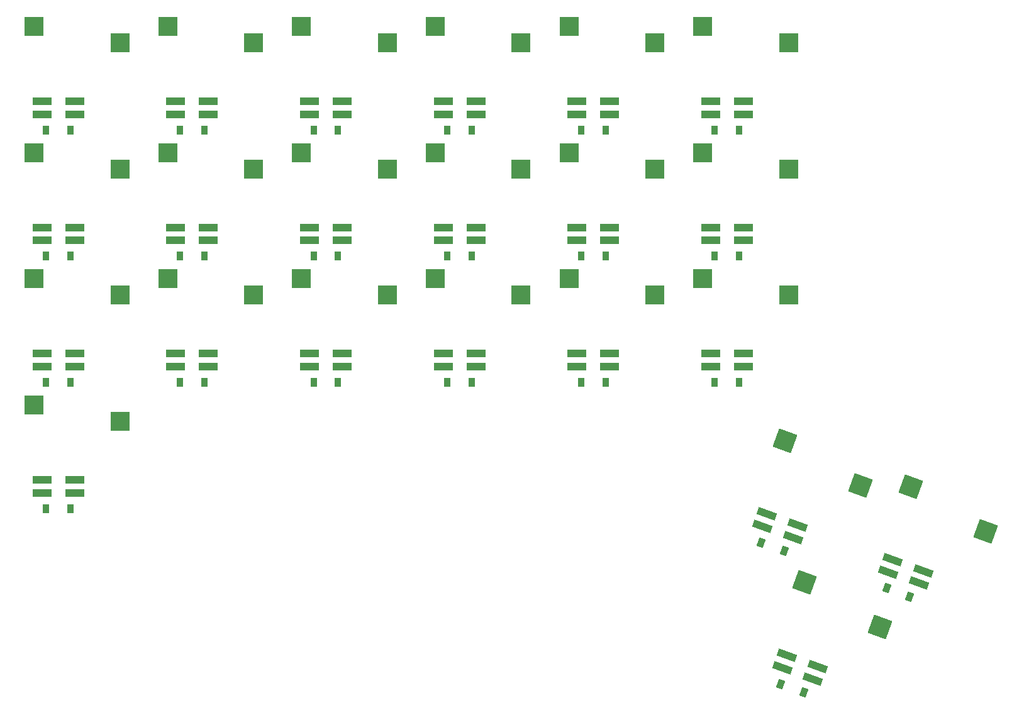
<source format=gbr>
%TF.GenerationSoftware,KiCad,Pcbnew,8.0.5*%
%TF.CreationDate,2024-09-15T18:20:54-04:00*%
%TF.ProjectId,theguy,74686567-7579-42e6-9b69-6361645f7063,v1.0.0*%
%TF.SameCoordinates,Original*%
%TF.FileFunction,Paste,Bot*%
%TF.FilePolarity,Positive*%
%FSLAX46Y46*%
G04 Gerber Fmt 4.6, Leading zero omitted, Abs format (unit mm)*
G04 Created by KiCad (PCBNEW 8.0.5) date 2024-09-15 18:20:54*
%MOMM*%
%LPD*%
G01*
G04 APERTURE LIST*
G04 Aperture macros list*
%AMRotRect*
0 Rectangle, with rotation*
0 The origin of the aperture is its center*
0 $1 length*
0 $2 width*
0 $3 Rotation angle, in degrees counterclockwise*
0 Add horizontal line*
21,1,$1,$2,0,0,$3*%
G04 Aperture macros list end*
%ADD10RotRect,0.900000X1.200000X340.000000*%
%ADD11R,0.900000X1.200000*%
%ADD12R,2.600000X1.000000*%
%ADD13R,2.600000X2.600000*%
%ADD14RotRect,2.600000X2.600000X340.000000*%
%ADD15RotRect,2.600000X1.000000X340.000000*%
G04 APERTURE END LIST*
D10*
%TO.C,D20*%
X164584854Y-112545254D03*
X167685840Y-113673920D03*
%TD*%
D11*
%TO.C,D3*%
X68350000Y-74000000D03*
X71650000Y-74000000D03*
%TD*%
%TO.C,D14*%
X140350000Y-91000000D03*
X143650000Y-91000000D03*
%TD*%
D12*
%TO.C,LED3*%
X67800000Y-71875000D03*
X67800000Y-70125000D03*
X72200000Y-70125000D03*
X72200000Y-71875000D03*
%TD*%
%TO.C,LED17*%
X157800000Y-88875000D03*
X157800000Y-87125000D03*
X162200000Y-87125000D03*
X162200000Y-88875000D03*
%TD*%
D13*
%TO.C,S10*%
X102725000Y-43050000D03*
X114275000Y-45250000D03*
%TD*%
D12*
%TO.C,LED1*%
X67800000Y-105875000D03*
X67800000Y-104125000D03*
X72200000Y-104125000D03*
X72200000Y-105875000D03*
%TD*%
%TO.C,LED14*%
X139800000Y-88875000D03*
X139800000Y-87125000D03*
X144200000Y-87125000D03*
X144200000Y-88875000D03*
%TD*%
D13*
%TO.C,S13*%
X120725000Y-43050000D03*
X132275000Y-45250000D03*
%TD*%
%TO.C,S3*%
X66725000Y-60050000D03*
X78275000Y-62250000D03*
%TD*%
D14*
%TO.C,S22*%
X170471926Y-117933715D03*
X180572931Y-123951371D03*
%TD*%
%TO.C,S21*%
X184743502Y-105037122D03*
X194844507Y-111054778D03*
%TD*%
D12*
%TO.C,LED16*%
X139800000Y-54875000D03*
X139800000Y-53125000D03*
X144200000Y-53125000D03*
X144200000Y-54875000D03*
%TD*%
%TO.C,LED2*%
X67800000Y-88875000D03*
X67800000Y-87125000D03*
X72200000Y-87125000D03*
X72200000Y-88875000D03*
%TD*%
D11*
%TO.C,D6*%
X86350000Y-74000000D03*
X89650000Y-74000000D03*
%TD*%
D13*
%TO.C,S1*%
X66725000Y-94050000D03*
X78275000Y-96250000D03*
%TD*%
%TO.C,S14*%
X138725000Y-77050000D03*
X150275000Y-79250000D03*
%TD*%
D11*
%TO.C,D1*%
X68350000Y-108000000D03*
X71650000Y-108000000D03*
%TD*%
D12*
%TO.C,LED19*%
X157800000Y-54875000D03*
X157800000Y-53125000D03*
X162200000Y-53125000D03*
X162200000Y-54875000D03*
%TD*%
D11*
%TO.C,D16*%
X140350000Y-57000000D03*
X143650000Y-57000000D03*
%TD*%
D13*
%TO.C,S7*%
X84725000Y-43050000D03*
X96275000Y-45250000D03*
%TD*%
%TO.C,S15*%
X138725000Y-60050000D03*
X150275000Y-62250000D03*
%TD*%
%TO.C,S5*%
X84725000Y-77050000D03*
X96275000Y-79250000D03*
%TD*%
%TO.C,S11*%
X120725000Y-77050000D03*
X132275000Y-79250000D03*
%TD*%
D12*
%TO.C,LED9*%
X103800000Y-71875000D03*
X103800000Y-70125000D03*
X108200000Y-70125000D03*
X108200000Y-71875000D03*
%TD*%
D15*
%TO.C,LED21*%
X181709283Y-116516659D03*
X182307818Y-114872197D03*
X186442465Y-116377085D03*
X185843930Y-118021547D03*
%TD*%
D12*
%TO.C,LED7*%
X85800000Y-54875000D03*
X85800000Y-53125000D03*
X90200000Y-53125000D03*
X90200000Y-54875000D03*
%TD*%
D11*
%TO.C,D12*%
X122350000Y-74000000D03*
X125650000Y-74000000D03*
%TD*%
D13*
%TO.C,S17*%
X156725000Y-77050000D03*
X168275000Y-79250000D03*
%TD*%
D11*
%TO.C,D15*%
X140350000Y-74000000D03*
X143650000Y-74000000D03*
%TD*%
D13*
%TO.C,S6*%
X84725000Y-60050000D03*
X96275000Y-62250000D03*
%TD*%
D11*
%TO.C,D17*%
X158350000Y-91000000D03*
X161650000Y-91000000D03*
%TD*%
D12*
%TO.C,LED5*%
X85800000Y-88875000D03*
X85800000Y-87125000D03*
X90200000Y-87125000D03*
X90200000Y-88875000D03*
%TD*%
D11*
%TO.C,D10*%
X104350000Y-57000000D03*
X107650000Y-57000000D03*
%TD*%
%TO.C,D7*%
X86350000Y-57000000D03*
X89650000Y-57000000D03*
%TD*%
%TO.C,D19*%
X158350000Y-57000000D03*
X161650000Y-57000000D03*
%TD*%
D12*
%TO.C,LED18*%
X157800000Y-71875000D03*
X157800000Y-70125000D03*
X162200000Y-70125000D03*
X162200000Y-71875000D03*
%TD*%
D13*
%TO.C,S9*%
X102725000Y-60050000D03*
X114275000Y-62250000D03*
%TD*%
D11*
%TO.C,D13*%
X122350000Y-57000000D03*
X125650000Y-57000000D03*
%TD*%
D13*
%TO.C,S8*%
X102725000Y-77050000D03*
X114275000Y-79250000D03*
%TD*%
D11*
%TO.C,D11*%
X122350000Y-91000000D03*
X125650000Y-91000000D03*
%TD*%
D12*
%TO.C,LED10*%
X103800000Y-54875000D03*
X103800000Y-53125000D03*
X108200000Y-53125000D03*
X108200000Y-54875000D03*
%TD*%
D10*
%TO.C,D22*%
X167227745Y-131598210D03*
X170328731Y-132726876D03*
%TD*%
D15*
%TO.C,LED20*%
X164794816Y-110360297D03*
X165393351Y-108715835D03*
X169527998Y-110220723D03*
X168929463Y-111865185D03*
%TD*%
D11*
%TO.C,D5*%
X86350000Y-91000000D03*
X89650000Y-91000000D03*
%TD*%
D13*
%TO.C,S12*%
X120725000Y-60050000D03*
X132275000Y-62250000D03*
%TD*%
D11*
%TO.C,D8*%
X104350000Y-91000000D03*
X107650000Y-91000000D03*
%TD*%
D13*
%TO.C,S19*%
X156725000Y-43050000D03*
X168275000Y-45250000D03*
%TD*%
D10*
%TO.C,D21*%
X181499321Y-118701617D03*
X184600307Y-119830283D03*
%TD*%
D15*
%TO.C,LED22*%
X167437707Y-129413252D03*
X168036242Y-127768790D03*
X172170889Y-129273678D03*
X171572354Y-130918140D03*
%TD*%
D12*
%TO.C,LED15*%
X139800000Y-71875000D03*
X139800000Y-70125000D03*
X144200000Y-70125000D03*
X144200000Y-71875000D03*
%TD*%
%TO.C,LED6*%
X85800000Y-71875000D03*
X85800000Y-70125000D03*
X90200000Y-70125000D03*
X90200000Y-71875000D03*
%TD*%
D14*
%TO.C,S20*%
X167829035Y-98880760D03*
X177930040Y-104898416D03*
%TD*%
D11*
%TO.C,D4*%
X68350000Y-57000000D03*
X71650000Y-57000000D03*
%TD*%
D13*
%TO.C,S4*%
X66725000Y-43050000D03*
X78275000Y-45250000D03*
%TD*%
D12*
%TO.C,LED12*%
X121800000Y-71875000D03*
X121800000Y-70125000D03*
X126200000Y-70125000D03*
X126200000Y-71875000D03*
%TD*%
D13*
%TO.C,S16*%
X138725000Y-43050000D03*
X150275000Y-45250000D03*
%TD*%
D11*
%TO.C,D2*%
X68350000Y-91000000D03*
X71650000Y-91000000D03*
%TD*%
D12*
%TO.C,LED11*%
X121800000Y-88875000D03*
X121800000Y-87125000D03*
X126200000Y-87125000D03*
X126200000Y-88875000D03*
%TD*%
%TO.C,LED13*%
X121800000Y-54875000D03*
X121800000Y-53125000D03*
X126200000Y-53125000D03*
X126200000Y-54875000D03*
%TD*%
D11*
%TO.C,D9*%
X104350000Y-74000000D03*
X107650000Y-74000000D03*
%TD*%
D12*
%TO.C,LED4*%
X67800000Y-54875000D03*
X67800000Y-53125000D03*
X72200000Y-53125000D03*
X72200000Y-54875000D03*
%TD*%
%TO.C,LED8*%
X103800000Y-88875000D03*
X103800000Y-87125000D03*
X108200000Y-87125000D03*
X108200000Y-88875000D03*
%TD*%
D11*
%TO.C,D18*%
X158350000Y-74000000D03*
X161650000Y-74000000D03*
%TD*%
D13*
%TO.C,S2*%
X66725000Y-77050000D03*
X78275000Y-79250000D03*
%TD*%
%TO.C,S18*%
X156725000Y-60050000D03*
X168275000Y-62250000D03*
%TD*%
M02*

</source>
